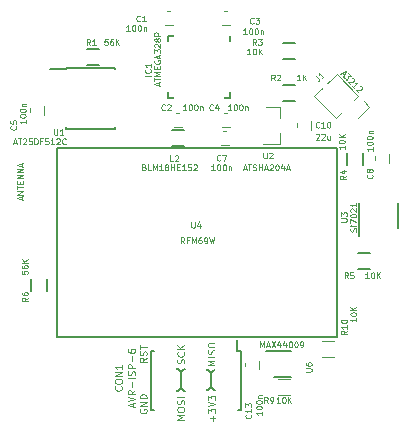
<source format=gto>
G04 #@! TF.GenerationSoftware,KiCad,Pcbnew,no-vcs-found-44b118f~58~ubuntu16.04.1*
G04 #@! TF.CreationDate,2017-06-12T14:31:22+03:00*
G04 #@! TF.ProjectId,multisensor_cr2032,6D756C746973656E736F725F63723230,rev?*
G04 #@! TF.FileFunction,Legend,Top*
G04 #@! TF.FilePolarity,Positive*
%FSLAX46Y46*%
G04 Gerber Fmt 4.6, Leading zero omitted, Abs format (unit mm)*
G04 Created by KiCad (PCBNEW no-vcs-found-44b118f~58~ubuntu16.04.1) date Mon Jun 12 14:31:22 2017*
%MOMM*%
%LPD*%
G01*
G04 APERTURE LIST*
%ADD10C,0.100000*%
%ADD11C,0.120000*%
%ADD12C,0.150000*%
%ADD13R,1.670000X2.900000*%
%ADD14R,1.600000X1.150000*%
%ADD15R,1.150000X1.600000*%
%ADD16R,2.125000X2.125000*%
%ADD17R,1.100000X0.650000*%
%ADD18R,0.650000X1.100000*%
%ADD19R,1.900000X3.400000*%
%ADD20R,1.600000X1.300000*%
%ADD21R,1.300000X1.600000*%
%ADD22R,1.950000X1.000000*%
%ADD23R,1.300000X1.200000*%
%ADD24R,1.700000X1.250000*%
%ADD25R,0.850000X1.030000*%
%ADD26R,3.400000X1.600000*%
%ADD27R,1.400000X1.200000*%
%ADD28R,1.050000X0.750000*%
%ADD29C,1.400000*%
%ADD30C,1.400000*%
G04 APERTURE END LIST*
D10*
D11*
X115842857Y-99371428D02*
X115871428Y-99285714D01*
X115871428Y-99142857D01*
X115842857Y-99085714D01*
X115814285Y-99057142D01*
X115757142Y-99028571D01*
X115700000Y-99028571D01*
X115642857Y-99057142D01*
X115614285Y-99085714D01*
X115585714Y-99142857D01*
X115557142Y-99257142D01*
X115528571Y-99314285D01*
X115500000Y-99342857D01*
X115442857Y-99371428D01*
X115385714Y-99371428D01*
X115328571Y-99342857D01*
X115300000Y-99314285D01*
X115271428Y-99257142D01*
X115271428Y-99114285D01*
X115300000Y-99028571D01*
X115814285Y-98428571D02*
X115842857Y-98457142D01*
X115871428Y-98542857D01*
X115871428Y-98600000D01*
X115842857Y-98685714D01*
X115785714Y-98742857D01*
X115728571Y-98771428D01*
X115614285Y-98800000D01*
X115528571Y-98800000D01*
X115414285Y-98771428D01*
X115357142Y-98742857D01*
X115300000Y-98685714D01*
X115271428Y-98600000D01*
X115271428Y-98542857D01*
X115300000Y-98457142D01*
X115328571Y-98428571D01*
X115871428Y-98171428D02*
X115271428Y-98171428D01*
X115871428Y-97828571D02*
X115528571Y-98085714D01*
X115271428Y-97828571D02*
X115614285Y-98171428D01*
X118471428Y-99542857D02*
X117871428Y-99542857D01*
X118300000Y-99342857D01*
X117871428Y-99142857D01*
X118471428Y-99142857D01*
X118471428Y-98857142D02*
X117871428Y-98857142D01*
X118442857Y-98600000D02*
X118471428Y-98514285D01*
X118471428Y-98371428D01*
X118442857Y-98314285D01*
X118414285Y-98285714D01*
X118357142Y-98257142D01*
X118300000Y-98257142D01*
X118242857Y-98285714D01*
X118214285Y-98314285D01*
X118185714Y-98371428D01*
X118157142Y-98485714D01*
X118128571Y-98542857D01*
X118100000Y-98571428D01*
X118042857Y-98600000D01*
X117985714Y-98600000D01*
X117928571Y-98571428D01*
X117900000Y-98542857D01*
X117871428Y-98485714D01*
X117871428Y-98342857D01*
X117900000Y-98257142D01*
X117871428Y-97885714D02*
X117871428Y-97771428D01*
X117900000Y-97714285D01*
X117957142Y-97657142D01*
X118071428Y-97628571D01*
X118271428Y-97628571D01*
X118385714Y-97657142D01*
X118442857Y-97714285D01*
X118471428Y-97771428D01*
X118471428Y-97885714D01*
X118442857Y-97942857D01*
X118385714Y-98000000D01*
X118271428Y-98028571D01*
X118071428Y-98028571D01*
X117957142Y-98000000D01*
X117900000Y-97942857D01*
X117871428Y-97885714D01*
X118242857Y-104257142D02*
X118242857Y-103800000D01*
X118471428Y-104028571D02*
X118014285Y-104028571D01*
X117871428Y-103571428D02*
X117871428Y-103200000D01*
X118100000Y-103400000D01*
X118100000Y-103314285D01*
X118128571Y-103257142D01*
X118157142Y-103228571D01*
X118214285Y-103200000D01*
X118357142Y-103200000D01*
X118414285Y-103228571D01*
X118442857Y-103257142D01*
X118471428Y-103314285D01*
X118471428Y-103485714D01*
X118442857Y-103542857D01*
X118414285Y-103571428D01*
X117871428Y-103028571D02*
X118471428Y-102828571D01*
X117871428Y-102628571D01*
X117871428Y-102485714D02*
X117871428Y-102114285D01*
X118100000Y-102314285D01*
X118100000Y-102228571D01*
X118128571Y-102171428D01*
X118157142Y-102142857D01*
X118214285Y-102114285D01*
X118357142Y-102114285D01*
X118414285Y-102142857D01*
X118442857Y-102171428D01*
X118471428Y-102228571D01*
X118471428Y-102400000D01*
X118442857Y-102457142D01*
X118414285Y-102485714D01*
X115871428Y-104142857D02*
X115271428Y-104142857D01*
X115700000Y-103942857D01*
X115271428Y-103742857D01*
X115871428Y-103742857D01*
X115271428Y-103342857D02*
X115271428Y-103228571D01*
X115300000Y-103171428D01*
X115357142Y-103114285D01*
X115471428Y-103085714D01*
X115671428Y-103085714D01*
X115785714Y-103114285D01*
X115842857Y-103171428D01*
X115871428Y-103228571D01*
X115871428Y-103342857D01*
X115842857Y-103400000D01*
X115785714Y-103457142D01*
X115671428Y-103485714D01*
X115471428Y-103485714D01*
X115357142Y-103457142D01*
X115300000Y-103400000D01*
X115271428Y-103342857D01*
X115842857Y-102857142D02*
X115871428Y-102771428D01*
X115871428Y-102628571D01*
X115842857Y-102571428D01*
X115814285Y-102542857D01*
X115757142Y-102514285D01*
X115700000Y-102514285D01*
X115642857Y-102542857D01*
X115614285Y-102571428D01*
X115585714Y-102628571D01*
X115557142Y-102742857D01*
X115528571Y-102800000D01*
X115500000Y-102828571D01*
X115442857Y-102857142D01*
X115385714Y-102857142D01*
X115328571Y-102828571D01*
X115300000Y-102800000D01*
X115271428Y-102742857D01*
X115271428Y-102600000D01*
X115300000Y-102514285D01*
X115871428Y-102257142D02*
X115271428Y-102257142D01*
X112100000Y-103257142D02*
X112071428Y-103314285D01*
X112071428Y-103400000D01*
X112100000Y-103485714D01*
X112157142Y-103542857D01*
X112214285Y-103571428D01*
X112328571Y-103600000D01*
X112414285Y-103600000D01*
X112528571Y-103571428D01*
X112585714Y-103542857D01*
X112642857Y-103485714D01*
X112671428Y-103400000D01*
X112671428Y-103342857D01*
X112642857Y-103257142D01*
X112614285Y-103228571D01*
X112414285Y-103228571D01*
X112414285Y-103342857D01*
X112671428Y-102971428D02*
X112071428Y-102971428D01*
X112671428Y-102628571D01*
X112071428Y-102628571D01*
X112671428Y-102342857D02*
X112071428Y-102342857D01*
X112071428Y-102200000D01*
X112100000Y-102114285D01*
X112157142Y-102057142D01*
X112214285Y-102028571D01*
X112328571Y-102000000D01*
X112414285Y-102000000D01*
X112528571Y-102028571D01*
X112585714Y-102057142D01*
X112642857Y-102114285D01*
X112671428Y-102200000D01*
X112671428Y-102342857D01*
X112671428Y-98928571D02*
X112385714Y-99128571D01*
X112671428Y-99271428D02*
X112071428Y-99271428D01*
X112071428Y-99042857D01*
X112100000Y-98985714D01*
X112128571Y-98957142D01*
X112185714Y-98928571D01*
X112271428Y-98928571D01*
X112328571Y-98957142D01*
X112357142Y-98985714D01*
X112385714Y-99042857D01*
X112385714Y-99271428D01*
X112642857Y-98700000D02*
X112671428Y-98614285D01*
X112671428Y-98471428D01*
X112642857Y-98414285D01*
X112614285Y-98385714D01*
X112557142Y-98357142D01*
X112500000Y-98357142D01*
X112442857Y-98385714D01*
X112414285Y-98414285D01*
X112385714Y-98471428D01*
X112357142Y-98585714D01*
X112328571Y-98642857D01*
X112300000Y-98671428D01*
X112242857Y-98700000D01*
X112185714Y-98700000D01*
X112128571Y-98671428D01*
X112100000Y-98642857D01*
X112071428Y-98585714D01*
X112071428Y-98442857D01*
X112100000Y-98357142D01*
X112071428Y-98185714D02*
X112071428Y-97842857D01*
X112671428Y-98014285D02*
X112071428Y-98014285D01*
D12*
X115570000Y-100137848D02*
X115570000Y-101439883D01*
X115316000Y-99838000D02*
X115570000Y-100092000D01*
X115570000Y-100092000D02*
X115824000Y-99838000D01*
X115824000Y-99838000D02*
X115951000Y-99838000D01*
X115189000Y-99838000D02*
X115316000Y-99838000D01*
X117856000Y-99938000D02*
X118110000Y-100192000D01*
X115824000Y-101738000D02*
X115570000Y-101484000D01*
X118364000Y-99938000D02*
X118491000Y-99938000D01*
X115316000Y-101738000D02*
X115189000Y-101738000D01*
X118110000Y-100192000D02*
X118364000Y-99938000D01*
X115570000Y-101484000D02*
X115316000Y-101738000D01*
X117729000Y-99938000D02*
X117856000Y-99938000D01*
X115951000Y-101738000D02*
X115824000Y-101738000D01*
X120650000Y-103338000D02*
X120370000Y-103338000D01*
X117856000Y-101638000D02*
X117729000Y-101638000D01*
X118110000Y-101384000D02*
X117856000Y-101638000D01*
X118364000Y-101638000D02*
X118110000Y-101384000D01*
X118491000Y-101638000D02*
X118364000Y-101638000D01*
X120650000Y-103338000D02*
X120650000Y-98338000D01*
X120650000Y-98338000D02*
X120370000Y-98338000D01*
X113030000Y-98338000D02*
X113310000Y-98338000D01*
X113030000Y-103338000D02*
X113030000Y-98338000D01*
X113030000Y-103338000D02*
X113310000Y-103338000D01*
X118140000Y-100138000D02*
X118140000Y-101438000D01*
X120340000Y-98338000D02*
X120340000Y-97438000D01*
D11*
X114204000Y-69504000D02*
X114904000Y-69504000D01*
X114904000Y-70704000D02*
X114204000Y-70704000D01*
X115666000Y-79340000D02*
X114966000Y-79340000D01*
X114966000Y-78140000D02*
X115666000Y-78140000D01*
X119730000Y-70704000D02*
X119030000Y-70704000D01*
X119030000Y-69504000D02*
X119730000Y-69504000D01*
X119730000Y-79340000D02*
X119030000Y-79340000D01*
X119030000Y-78140000D02*
X119730000Y-78140000D01*
X102778000Y-78328000D02*
X102778000Y-77628000D01*
X103978000Y-77628000D02*
X103978000Y-78328000D01*
X118964000Y-79664000D02*
X119664000Y-79664000D01*
X119664000Y-80864000D02*
X118964000Y-80864000D01*
X133188000Y-81692000D02*
X133188000Y-82392000D01*
X131988000Y-82392000D02*
X131988000Y-81692000D01*
X125384000Y-79598000D02*
X125384000Y-78898000D01*
X126584000Y-78898000D02*
X126584000Y-79598000D01*
D12*
X119719000Y-76893500D02*
X119719000Y-76368500D01*
X114469000Y-76893500D02*
X114469000Y-76368500D01*
X114469000Y-71643500D02*
X114469000Y-72168500D01*
X119719000Y-71643500D02*
X119719000Y-72168500D01*
X114469000Y-76893500D02*
X114994000Y-76893500D01*
X114469000Y-71643500D02*
X114994000Y-71643500D01*
X119719000Y-76893500D02*
X119194000Y-76893500D01*
X108620000Y-74081000D02*
X107620000Y-74081000D01*
X107620000Y-72731000D02*
X108620000Y-72731000D01*
X125214000Y-77129000D02*
X124214000Y-77129000D01*
X124214000Y-75779000D02*
X125214000Y-75779000D01*
X125214000Y-73573000D02*
X124214000Y-73573000D01*
X124214000Y-72223000D02*
X125214000Y-72223000D01*
X129627000Y-82542000D02*
X129627000Y-81542000D01*
X130977000Y-81542000D02*
X130977000Y-82542000D01*
X130564000Y-90003000D02*
X131564000Y-90003000D01*
X131564000Y-91353000D02*
X130564000Y-91353000D01*
X102873000Y-93210000D02*
X102873000Y-92210000D01*
X104223000Y-92210000D02*
X104223000Y-93210000D01*
X105875000Y-74437000D02*
X104475000Y-74437000D01*
X105875000Y-79537000D02*
X110025000Y-79537000D01*
X105875000Y-74387000D02*
X110025000Y-74387000D01*
X105875000Y-79537000D02*
X105875000Y-79392000D01*
X110025000Y-79537000D02*
X110025000Y-79392000D01*
X110025000Y-74387000D02*
X110025000Y-74532000D01*
X105875000Y-74387000D02*
X105875000Y-74437000D01*
D11*
X123966000Y-80828000D02*
X122506000Y-80828000D01*
X123966000Y-77668000D02*
X121806000Y-77668000D01*
X123966000Y-77668000D02*
X123966000Y-78598000D01*
X123966000Y-80828000D02*
X123966000Y-79898000D01*
D12*
X130684000Y-88598000D02*
X130684000Y-85843000D01*
X133984000Y-87893000D02*
X133984000Y-85843000D01*
X128746000Y-97106000D02*
X105046000Y-97106000D01*
X105046000Y-97106000D02*
X105046000Y-81106000D01*
X105046000Y-81106000D02*
X128746000Y-81106000D01*
X128746000Y-81106000D02*
X128746000Y-97106000D01*
X114816000Y-79589000D02*
X115816000Y-79589000D01*
X115816000Y-80939000D02*
X114816000Y-80939000D01*
D11*
X121000000Y-99850000D02*
X121000000Y-99150000D01*
X122200000Y-99150000D02*
X122200000Y-99850000D01*
X123800000Y-100720000D02*
X124800000Y-100720000D01*
X124800000Y-102080000D02*
X123800000Y-102080000D01*
X127500000Y-97520000D02*
X128500000Y-97520000D01*
X128500000Y-98880000D02*
X127500000Y-98880000D01*
D12*
X122750000Y-98300000D02*
X124925000Y-98300000D01*
X123475000Y-100500000D02*
X124925000Y-100500000D01*
D11*
X131531891Y-77650987D02*
X130591439Y-78591439D01*
X131040452Y-77159548D02*
X131531891Y-77650987D01*
X128710535Y-78591439D02*
X130591439Y-76710535D01*
X126872058Y-76752962D02*
X128710535Y-78591439D01*
X128752962Y-74872058D02*
X126872058Y-76752962D01*
X130591439Y-76710535D02*
X128752962Y-74872058D01*
X110514285Y-101328571D02*
X110542857Y-101357142D01*
X110571428Y-101442857D01*
X110571428Y-101500000D01*
X110542857Y-101585714D01*
X110485714Y-101642857D01*
X110428571Y-101671428D01*
X110314285Y-101700000D01*
X110228571Y-101700000D01*
X110114285Y-101671428D01*
X110057142Y-101642857D01*
X110000000Y-101585714D01*
X109971428Y-101500000D01*
X109971428Y-101442857D01*
X110000000Y-101357142D01*
X110028571Y-101328571D01*
X109971428Y-100957142D02*
X109971428Y-100842857D01*
X110000000Y-100785714D01*
X110057142Y-100728571D01*
X110171428Y-100700000D01*
X110371428Y-100700000D01*
X110485714Y-100728571D01*
X110542857Y-100785714D01*
X110571428Y-100842857D01*
X110571428Y-100957142D01*
X110542857Y-101014285D01*
X110485714Y-101071428D01*
X110371428Y-101100000D01*
X110171428Y-101100000D01*
X110057142Y-101071428D01*
X110000000Y-101014285D01*
X109971428Y-100957142D01*
X110571428Y-100442857D02*
X109971428Y-100442857D01*
X110571428Y-100100000D01*
X109971428Y-100100000D01*
X110571428Y-99500000D02*
X110571428Y-99842857D01*
X110571428Y-99671428D02*
X109971428Y-99671428D01*
X110057142Y-99728571D01*
X110114285Y-99785714D01*
X110142857Y-99842857D01*
X111500000Y-103057142D02*
X111500000Y-102771428D01*
X111671428Y-103114285D02*
X111071428Y-102914285D01*
X111671428Y-102714285D01*
X111071428Y-102600000D02*
X111671428Y-102400000D01*
X111071428Y-102200000D01*
X111671428Y-101657142D02*
X111385714Y-101857142D01*
X111671428Y-102000000D02*
X111071428Y-102000000D01*
X111071428Y-101771428D01*
X111100000Y-101714285D01*
X111128571Y-101685714D01*
X111185714Y-101657142D01*
X111271428Y-101657142D01*
X111328571Y-101685714D01*
X111357142Y-101714285D01*
X111385714Y-101771428D01*
X111385714Y-102000000D01*
X111442857Y-101400000D02*
X111442857Y-100942857D01*
X111671428Y-100657142D02*
X111071428Y-100657142D01*
X111642857Y-100400000D02*
X111671428Y-100314285D01*
X111671428Y-100171428D01*
X111642857Y-100114285D01*
X111614285Y-100085714D01*
X111557142Y-100057142D01*
X111500000Y-100057142D01*
X111442857Y-100085714D01*
X111414285Y-100114285D01*
X111385714Y-100171428D01*
X111357142Y-100285714D01*
X111328571Y-100342857D01*
X111300000Y-100371428D01*
X111242857Y-100400000D01*
X111185714Y-100400000D01*
X111128571Y-100371428D01*
X111100000Y-100342857D01*
X111071428Y-100285714D01*
X111071428Y-100142857D01*
X111100000Y-100057142D01*
X111671428Y-99800000D02*
X111071428Y-99800000D01*
X111071428Y-99571428D01*
X111100000Y-99514285D01*
X111128571Y-99485714D01*
X111185714Y-99457142D01*
X111271428Y-99457142D01*
X111328571Y-99485714D01*
X111357142Y-99514285D01*
X111385714Y-99571428D01*
X111385714Y-99800000D01*
X111442857Y-99200000D02*
X111442857Y-98742857D01*
X111071428Y-98200000D02*
X111071428Y-98314285D01*
X111100000Y-98371428D01*
X111128571Y-98400000D01*
X111214285Y-98457142D01*
X111328571Y-98485714D01*
X111557142Y-98485714D01*
X111614285Y-98457142D01*
X111642857Y-98428571D01*
X111671428Y-98371428D01*
X111671428Y-98257142D01*
X111642857Y-98200000D01*
X111614285Y-98171428D01*
X111557142Y-98142857D01*
X111414285Y-98142857D01*
X111357142Y-98171428D01*
X111328571Y-98200000D01*
X111300000Y-98257142D01*
X111300000Y-98371428D01*
X111328571Y-98428571D01*
X111357142Y-98457142D01*
X111414285Y-98485714D01*
D10*
X112116666Y-70378571D02*
X112092857Y-70402380D01*
X112021428Y-70426190D01*
X111973809Y-70426190D01*
X111902380Y-70402380D01*
X111854761Y-70354761D01*
X111830952Y-70307142D01*
X111807142Y-70211904D01*
X111807142Y-70140476D01*
X111830952Y-70045238D01*
X111854761Y-69997619D01*
X111902380Y-69950000D01*
X111973809Y-69926190D01*
X112021428Y-69926190D01*
X112092857Y-69950000D01*
X112116666Y-69973809D01*
X112592857Y-70426190D02*
X112307142Y-70426190D01*
X112450000Y-70426190D02*
X112450000Y-69926190D01*
X112402380Y-69997619D01*
X112354761Y-70045238D01*
X112307142Y-70069047D01*
X111240476Y-71226190D02*
X110954761Y-71226190D01*
X111097619Y-71226190D02*
X111097619Y-70726190D01*
X111050000Y-70797619D01*
X111002380Y-70845238D01*
X110954761Y-70869047D01*
X111550000Y-70726190D02*
X111597619Y-70726190D01*
X111645238Y-70750000D01*
X111669047Y-70773809D01*
X111692857Y-70821428D01*
X111716666Y-70916666D01*
X111716666Y-71035714D01*
X111692857Y-71130952D01*
X111669047Y-71178571D01*
X111645238Y-71202380D01*
X111597619Y-71226190D01*
X111550000Y-71226190D01*
X111502380Y-71202380D01*
X111478571Y-71178571D01*
X111454761Y-71130952D01*
X111430952Y-71035714D01*
X111430952Y-70916666D01*
X111454761Y-70821428D01*
X111478571Y-70773809D01*
X111502380Y-70750000D01*
X111550000Y-70726190D01*
X112026190Y-70726190D02*
X112073809Y-70726190D01*
X112121428Y-70750000D01*
X112145238Y-70773809D01*
X112169047Y-70821428D01*
X112192857Y-70916666D01*
X112192857Y-71035714D01*
X112169047Y-71130952D01*
X112145238Y-71178571D01*
X112121428Y-71202380D01*
X112073809Y-71226190D01*
X112026190Y-71226190D01*
X111978571Y-71202380D01*
X111954761Y-71178571D01*
X111930952Y-71130952D01*
X111907142Y-71035714D01*
X111907142Y-70916666D01*
X111930952Y-70821428D01*
X111954761Y-70773809D01*
X111978571Y-70750000D01*
X112026190Y-70726190D01*
X112407142Y-70892857D02*
X112407142Y-71226190D01*
X112407142Y-70940476D02*
X112430952Y-70916666D01*
X112478571Y-70892857D01*
X112550000Y-70892857D01*
X112597619Y-70916666D01*
X112621428Y-70964285D01*
X112621428Y-71226190D01*
X114216666Y-77902571D02*
X114192857Y-77926380D01*
X114121428Y-77950190D01*
X114073809Y-77950190D01*
X114002380Y-77926380D01*
X113954761Y-77878761D01*
X113930952Y-77831142D01*
X113907142Y-77735904D01*
X113907142Y-77664476D01*
X113930952Y-77569238D01*
X113954761Y-77521619D01*
X114002380Y-77474000D01*
X114073809Y-77450190D01*
X114121428Y-77450190D01*
X114192857Y-77474000D01*
X114216666Y-77497809D01*
X114407142Y-77497809D02*
X114430952Y-77474000D01*
X114478571Y-77450190D01*
X114597619Y-77450190D01*
X114645238Y-77474000D01*
X114669047Y-77497809D01*
X114692857Y-77545428D01*
X114692857Y-77593047D01*
X114669047Y-77664476D01*
X114383333Y-77950190D01*
X114692857Y-77950190D01*
X116026476Y-77950190D02*
X115740761Y-77950190D01*
X115883619Y-77950190D02*
X115883619Y-77450190D01*
X115836000Y-77521619D01*
X115788380Y-77569238D01*
X115740761Y-77593047D01*
X116336000Y-77450190D02*
X116383619Y-77450190D01*
X116431238Y-77474000D01*
X116455047Y-77497809D01*
X116478857Y-77545428D01*
X116502666Y-77640666D01*
X116502666Y-77759714D01*
X116478857Y-77854952D01*
X116455047Y-77902571D01*
X116431238Y-77926380D01*
X116383619Y-77950190D01*
X116336000Y-77950190D01*
X116288380Y-77926380D01*
X116264571Y-77902571D01*
X116240761Y-77854952D01*
X116216952Y-77759714D01*
X116216952Y-77640666D01*
X116240761Y-77545428D01*
X116264571Y-77497809D01*
X116288380Y-77474000D01*
X116336000Y-77450190D01*
X116812190Y-77450190D02*
X116859809Y-77450190D01*
X116907428Y-77474000D01*
X116931238Y-77497809D01*
X116955047Y-77545428D01*
X116978857Y-77640666D01*
X116978857Y-77759714D01*
X116955047Y-77854952D01*
X116931238Y-77902571D01*
X116907428Y-77926380D01*
X116859809Y-77950190D01*
X116812190Y-77950190D01*
X116764571Y-77926380D01*
X116740761Y-77902571D01*
X116716952Y-77854952D01*
X116693142Y-77759714D01*
X116693142Y-77640666D01*
X116716952Y-77545428D01*
X116740761Y-77497809D01*
X116764571Y-77474000D01*
X116812190Y-77450190D01*
X117193142Y-77616857D02*
X117193142Y-77950190D01*
X117193142Y-77664476D02*
X117216952Y-77640666D01*
X117264571Y-77616857D01*
X117336000Y-77616857D01*
X117383619Y-77640666D01*
X117407428Y-77688285D01*
X117407428Y-77950190D01*
X121716666Y-70578571D02*
X121692857Y-70602380D01*
X121621428Y-70626190D01*
X121573809Y-70626190D01*
X121502380Y-70602380D01*
X121454761Y-70554761D01*
X121430952Y-70507142D01*
X121407142Y-70411904D01*
X121407142Y-70340476D01*
X121430952Y-70245238D01*
X121454761Y-70197619D01*
X121502380Y-70150000D01*
X121573809Y-70126190D01*
X121621428Y-70126190D01*
X121692857Y-70150000D01*
X121716666Y-70173809D01*
X121883333Y-70126190D02*
X122192857Y-70126190D01*
X122026190Y-70316666D01*
X122097619Y-70316666D01*
X122145238Y-70340476D01*
X122169047Y-70364285D01*
X122192857Y-70411904D01*
X122192857Y-70530952D01*
X122169047Y-70578571D01*
X122145238Y-70602380D01*
X122097619Y-70626190D01*
X121954761Y-70626190D01*
X121907142Y-70602380D01*
X121883333Y-70578571D01*
X121140476Y-71526190D02*
X120854761Y-71526190D01*
X120997619Y-71526190D02*
X120997619Y-71026190D01*
X120950000Y-71097619D01*
X120902380Y-71145238D01*
X120854761Y-71169047D01*
X121450000Y-71026190D02*
X121497619Y-71026190D01*
X121545238Y-71050000D01*
X121569047Y-71073809D01*
X121592857Y-71121428D01*
X121616666Y-71216666D01*
X121616666Y-71335714D01*
X121592857Y-71430952D01*
X121569047Y-71478571D01*
X121545238Y-71502380D01*
X121497619Y-71526190D01*
X121450000Y-71526190D01*
X121402380Y-71502380D01*
X121378571Y-71478571D01*
X121354761Y-71430952D01*
X121330952Y-71335714D01*
X121330952Y-71216666D01*
X121354761Y-71121428D01*
X121378571Y-71073809D01*
X121402380Y-71050000D01*
X121450000Y-71026190D01*
X121926190Y-71026190D02*
X121973809Y-71026190D01*
X122021428Y-71050000D01*
X122045238Y-71073809D01*
X122069047Y-71121428D01*
X122092857Y-71216666D01*
X122092857Y-71335714D01*
X122069047Y-71430952D01*
X122045238Y-71478571D01*
X122021428Y-71502380D01*
X121973809Y-71526190D01*
X121926190Y-71526190D01*
X121878571Y-71502380D01*
X121854761Y-71478571D01*
X121830952Y-71430952D01*
X121807142Y-71335714D01*
X121807142Y-71216666D01*
X121830952Y-71121428D01*
X121854761Y-71073809D01*
X121878571Y-71050000D01*
X121926190Y-71026190D01*
X122307142Y-71192857D02*
X122307142Y-71526190D01*
X122307142Y-71240476D02*
X122330952Y-71216666D01*
X122378571Y-71192857D01*
X122450000Y-71192857D01*
X122497619Y-71216666D01*
X122521428Y-71264285D01*
X122521428Y-71526190D01*
X118280666Y-77902571D02*
X118256857Y-77926380D01*
X118185428Y-77950190D01*
X118137809Y-77950190D01*
X118066380Y-77926380D01*
X118018761Y-77878761D01*
X117994952Y-77831142D01*
X117971142Y-77735904D01*
X117971142Y-77664476D01*
X117994952Y-77569238D01*
X118018761Y-77521619D01*
X118066380Y-77474000D01*
X118137809Y-77450190D01*
X118185428Y-77450190D01*
X118256857Y-77474000D01*
X118280666Y-77497809D01*
X118709238Y-77616857D02*
X118709238Y-77950190D01*
X118590190Y-77426380D02*
X118471142Y-77783523D01*
X118780666Y-77783523D01*
X119836476Y-77950190D02*
X119550761Y-77950190D01*
X119693619Y-77950190D02*
X119693619Y-77450190D01*
X119646000Y-77521619D01*
X119598380Y-77569238D01*
X119550761Y-77593047D01*
X120146000Y-77450190D02*
X120193619Y-77450190D01*
X120241238Y-77474000D01*
X120265047Y-77497809D01*
X120288857Y-77545428D01*
X120312666Y-77640666D01*
X120312666Y-77759714D01*
X120288857Y-77854952D01*
X120265047Y-77902571D01*
X120241238Y-77926380D01*
X120193619Y-77950190D01*
X120146000Y-77950190D01*
X120098380Y-77926380D01*
X120074571Y-77902571D01*
X120050761Y-77854952D01*
X120026952Y-77759714D01*
X120026952Y-77640666D01*
X120050761Y-77545428D01*
X120074571Y-77497809D01*
X120098380Y-77474000D01*
X120146000Y-77450190D01*
X120622190Y-77450190D02*
X120669809Y-77450190D01*
X120717428Y-77474000D01*
X120741238Y-77497809D01*
X120765047Y-77545428D01*
X120788857Y-77640666D01*
X120788857Y-77759714D01*
X120765047Y-77854952D01*
X120741238Y-77902571D01*
X120717428Y-77926380D01*
X120669809Y-77950190D01*
X120622190Y-77950190D01*
X120574571Y-77926380D01*
X120550761Y-77902571D01*
X120526952Y-77854952D01*
X120503142Y-77759714D01*
X120503142Y-77640666D01*
X120526952Y-77545428D01*
X120550761Y-77497809D01*
X120574571Y-77474000D01*
X120622190Y-77450190D01*
X121003142Y-77616857D02*
X121003142Y-77950190D01*
X121003142Y-77664476D02*
X121026952Y-77640666D01*
X121074571Y-77616857D01*
X121146000Y-77616857D01*
X121193619Y-77640666D01*
X121217428Y-77688285D01*
X121217428Y-77950190D01*
X101578571Y-79283333D02*
X101602380Y-79307142D01*
X101626190Y-79378571D01*
X101626190Y-79426190D01*
X101602380Y-79497619D01*
X101554761Y-79545238D01*
X101507142Y-79569047D01*
X101411904Y-79592857D01*
X101340476Y-79592857D01*
X101245238Y-79569047D01*
X101197619Y-79545238D01*
X101150000Y-79497619D01*
X101126190Y-79426190D01*
X101126190Y-79378571D01*
X101150000Y-79307142D01*
X101173809Y-79283333D01*
X101126190Y-78830952D02*
X101126190Y-79069047D01*
X101364285Y-79092857D01*
X101340476Y-79069047D01*
X101316666Y-79021428D01*
X101316666Y-78902380D01*
X101340476Y-78854761D01*
X101364285Y-78830952D01*
X101411904Y-78807142D01*
X101530952Y-78807142D01*
X101578571Y-78830952D01*
X101602380Y-78854761D01*
X101626190Y-78902380D01*
X101626190Y-79021428D01*
X101602380Y-79069047D01*
X101578571Y-79092857D01*
X102426190Y-78759523D02*
X102426190Y-79045238D01*
X102426190Y-78902380D02*
X101926190Y-78902380D01*
X101997619Y-78950000D01*
X102045238Y-78997619D01*
X102069047Y-79045238D01*
X101926190Y-78450000D02*
X101926190Y-78402380D01*
X101950000Y-78354761D01*
X101973809Y-78330952D01*
X102021428Y-78307142D01*
X102116666Y-78283333D01*
X102235714Y-78283333D01*
X102330952Y-78307142D01*
X102378571Y-78330952D01*
X102402380Y-78354761D01*
X102426190Y-78402380D01*
X102426190Y-78450000D01*
X102402380Y-78497619D01*
X102378571Y-78521428D01*
X102330952Y-78545238D01*
X102235714Y-78569047D01*
X102116666Y-78569047D01*
X102021428Y-78545238D01*
X101973809Y-78521428D01*
X101950000Y-78497619D01*
X101926190Y-78450000D01*
X101926190Y-77973809D02*
X101926190Y-77926190D01*
X101950000Y-77878571D01*
X101973809Y-77854761D01*
X102021428Y-77830952D01*
X102116666Y-77807142D01*
X102235714Y-77807142D01*
X102330952Y-77830952D01*
X102378571Y-77854761D01*
X102402380Y-77878571D01*
X102426190Y-77926190D01*
X102426190Y-77973809D01*
X102402380Y-78021428D01*
X102378571Y-78045238D01*
X102330952Y-78069047D01*
X102235714Y-78092857D01*
X102116666Y-78092857D01*
X102021428Y-78069047D01*
X101973809Y-78045238D01*
X101950000Y-78021428D01*
X101926190Y-77973809D01*
X102092857Y-77592857D02*
X102426190Y-77592857D01*
X102140476Y-77592857D02*
X102116666Y-77569047D01*
X102092857Y-77521428D01*
X102092857Y-77450000D01*
X102116666Y-77402380D01*
X102164285Y-77378571D01*
X102426190Y-77378571D01*
X118916666Y-82178571D02*
X118892857Y-82202380D01*
X118821428Y-82226190D01*
X118773809Y-82226190D01*
X118702380Y-82202380D01*
X118654761Y-82154761D01*
X118630952Y-82107142D01*
X118607142Y-82011904D01*
X118607142Y-81940476D01*
X118630952Y-81845238D01*
X118654761Y-81797619D01*
X118702380Y-81750000D01*
X118773809Y-81726190D01*
X118821428Y-81726190D01*
X118892857Y-81750000D01*
X118916666Y-81773809D01*
X119083333Y-81726190D02*
X119416666Y-81726190D01*
X119202380Y-82226190D01*
X118440476Y-83026190D02*
X118154761Y-83026190D01*
X118297619Y-83026190D02*
X118297619Y-82526190D01*
X118250000Y-82597619D01*
X118202380Y-82645238D01*
X118154761Y-82669047D01*
X118750000Y-82526190D02*
X118797619Y-82526190D01*
X118845238Y-82550000D01*
X118869047Y-82573809D01*
X118892857Y-82621428D01*
X118916666Y-82716666D01*
X118916666Y-82835714D01*
X118892857Y-82930952D01*
X118869047Y-82978571D01*
X118845238Y-83002380D01*
X118797619Y-83026190D01*
X118750000Y-83026190D01*
X118702380Y-83002380D01*
X118678571Y-82978571D01*
X118654761Y-82930952D01*
X118630952Y-82835714D01*
X118630952Y-82716666D01*
X118654761Y-82621428D01*
X118678571Y-82573809D01*
X118702380Y-82550000D01*
X118750000Y-82526190D01*
X119226190Y-82526190D02*
X119273809Y-82526190D01*
X119321428Y-82550000D01*
X119345238Y-82573809D01*
X119369047Y-82621428D01*
X119392857Y-82716666D01*
X119392857Y-82835714D01*
X119369047Y-82930952D01*
X119345238Y-82978571D01*
X119321428Y-83002380D01*
X119273809Y-83026190D01*
X119226190Y-83026190D01*
X119178571Y-83002380D01*
X119154761Y-82978571D01*
X119130952Y-82930952D01*
X119107142Y-82835714D01*
X119107142Y-82716666D01*
X119130952Y-82621428D01*
X119154761Y-82573809D01*
X119178571Y-82550000D01*
X119226190Y-82526190D01*
X119607142Y-82692857D02*
X119607142Y-83026190D01*
X119607142Y-82740476D02*
X119630952Y-82716666D01*
X119678571Y-82692857D01*
X119750000Y-82692857D01*
X119797619Y-82716666D01*
X119821428Y-82764285D01*
X119821428Y-83026190D01*
X131750571Y-83395333D02*
X131774380Y-83419142D01*
X131798190Y-83490571D01*
X131798190Y-83538190D01*
X131774380Y-83609619D01*
X131726761Y-83657238D01*
X131679142Y-83681047D01*
X131583904Y-83704857D01*
X131512476Y-83704857D01*
X131417238Y-83681047D01*
X131369619Y-83657238D01*
X131322000Y-83609619D01*
X131298190Y-83538190D01*
X131298190Y-83490571D01*
X131322000Y-83419142D01*
X131345809Y-83395333D01*
X131512476Y-83109619D02*
X131488666Y-83157238D01*
X131464857Y-83181047D01*
X131417238Y-83204857D01*
X131393428Y-83204857D01*
X131345809Y-83181047D01*
X131322000Y-83157238D01*
X131298190Y-83109619D01*
X131298190Y-83014380D01*
X131322000Y-82966761D01*
X131345809Y-82942952D01*
X131393428Y-82919142D01*
X131417238Y-82919142D01*
X131464857Y-82942952D01*
X131488666Y-82966761D01*
X131512476Y-83014380D01*
X131512476Y-83109619D01*
X131536285Y-83157238D01*
X131560095Y-83181047D01*
X131607714Y-83204857D01*
X131702952Y-83204857D01*
X131750571Y-83181047D01*
X131774380Y-83157238D01*
X131798190Y-83109619D01*
X131798190Y-83014380D01*
X131774380Y-82966761D01*
X131750571Y-82942952D01*
X131702952Y-82919142D01*
X131607714Y-82919142D01*
X131560095Y-82942952D01*
X131536285Y-82966761D01*
X131512476Y-83014380D01*
X131798190Y-81077523D02*
X131798190Y-81363238D01*
X131798190Y-81220380D02*
X131298190Y-81220380D01*
X131369619Y-81268000D01*
X131417238Y-81315619D01*
X131441047Y-81363238D01*
X131298190Y-80768000D02*
X131298190Y-80720380D01*
X131322000Y-80672761D01*
X131345809Y-80648952D01*
X131393428Y-80625142D01*
X131488666Y-80601333D01*
X131607714Y-80601333D01*
X131702952Y-80625142D01*
X131750571Y-80648952D01*
X131774380Y-80672761D01*
X131798190Y-80720380D01*
X131798190Y-80768000D01*
X131774380Y-80815619D01*
X131750571Y-80839428D01*
X131702952Y-80863238D01*
X131607714Y-80887047D01*
X131488666Y-80887047D01*
X131393428Y-80863238D01*
X131345809Y-80839428D01*
X131322000Y-80815619D01*
X131298190Y-80768000D01*
X131298190Y-80291809D02*
X131298190Y-80244190D01*
X131322000Y-80196571D01*
X131345809Y-80172761D01*
X131393428Y-80148952D01*
X131488666Y-80125142D01*
X131607714Y-80125142D01*
X131702952Y-80148952D01*
X131750571Y-80172761D01*
X131774380Y-80196571D01*
X131798190Y-80244190D01*
X131798190Y-80291809D01*
X131774380Y-80339428D01*
X131750571Y-80363238D01*
X131702952Y-80387047D01*
X131607714Y-80410857D01*
X131488666Y-80410857D01*
X131393428Y-80387047D01*
X131345809Y-80363238D01*
X131322000Y-80339428D01*
X131298190Y-80291809D01*
X131464857Y-79910857D02*
X131798190Y-79910857D01*
X131512476Y-79910857D02*
X131488666Y-79887047D01*
X131464857Y-79839428D01*
X131464857Y-79768000D01*
X131488666Y-79720380D01*
X131536285Y-79696571D01*
X131798190Y-79696571D01*
X127278571Y-79378571D02*
X127254761Y-79402380D01*
X127183333Y-79426190D01*
X127135714Y-79426190D01*
X127064285Y-79402380D01*
X127016666Y-79354761D01*
X126992857Y-79307142D01*
X126969047Y-79211904D01*
X126969047Y-79140476D01*
X126992857Y-79045238D01*
X127016666Y-78997619D01*
X127064285Y-78950000D01*
X127135714Y-78926190D01*
X127183333Y-78926190D01*
X127254761Y-78950000D01*
X127278571Y-78973809D01*
X127754761Y-79426190D02*
X127469047Y-79426190D01*
X127611904Y-79426190D02*
X127611904Y-78926190D01*
X127564285Y-78997619D01*
X127516666Y-79045238D01*
X127469047Y-79069047D01*
X128064285Y-78926190D02*
X128111904Y-78926190D01*
X128159523Y-78950000D01*
X128183333Y-78973809D01*
X128207142Y-79021428D01*
X128230952Y-79116666D01*
X128230952Y-79235714D01*
X128207142Y-79330952D01*
X128183333Y-79378571D01*
X128159523Y-79402380D01*
X128111904Y-79426190D01*
X128064285Y-79426190D01*
X128016666Y-79402380D01*
X127992857Y-79378571D01*
X127969047Y-79330952D01*
X127945238Y-79235714D01*
X127945238Y-79116666D01*
X127969047Y-79021428D01*
X127992857Y-78973809D01*
X128016666Y-78950000D01*
X128064285Y-78926190D01*
X126992857Y-79973809D02*
X127016666Y-79950000D01*
X127064285Y-79926190D01*
X127183333Y-79926190D01*
X127230952Y-79950000D01*
X127254761Y-79973809D01*
X127278571Y-80021428D01*
X127278571Y-80069047D01*
X127254761Y-80140476D01*
X126969047Y-80426190D01*
X127278571Y-80426190D01*
X127469047Y-79973809D02*
X127492857Y-79950000D01*
X127540476Y-79926190D01*
X127659523Y-79926190D01*
X127707142Y-79950000D01*
X127730952Y-79973809D01*
X127754761Y-80021428D01*
X127754761Y-80069047D01*
X127730952Y-80140476D01*
X127445238Y-80426190D01*
X127754761Y-80426190D01*
X128183333Y-80092857D02*
X128183333Y-80426190D01*
X127969047Y-80092857D02*
X127969047Y-80354761D01*
X127992857Y-80402380D01*
X128040476Y-80426190D01*
X128111904Y-80426190D01*
X128159523Y-80402380D01*
X128183333Y-80378571D01*
X113026190Y-75010595D02*
X112526190Y-75010595D01*
X112978571Y-74486785D02*
X113002380Y-74510595D01*
X113026190Y-74582023D01*
X113026190Y-74629642D01*
X113002380Y-74701071D01*
X112954761Y-74748690D01*
X112907142Y-74772500D01*
X112811904Y-74796309D01*
X112740476Y-74796309D01*
X112645238Y-74772500D01*
X112597619Y-74748690D01*
X112550000Y-74701071D01*
X112526190Y-74629642D01*
X112526190Y-74582023D01*
X112550000Y-74510595D01*
X112573809Y-74486785D01*
X113026190Y-74010595D02*
X113026190Y-74296309D01*
X113026190Y-74153452D02*
X112526190Y-74153452D01*
X112597619Y-74201071D01*
X112645238Y-74248690D01*
X112669047Y-74296309D01*
X113683333Y-75850000D02*
X113683333Y-75611904D01*
X113826190Y-75897619D02*
X113326190Y-75730952D01*
X113826190Y-75564285D01*
X113326190Y-75469047D02*
X113326190Y-75183333D01*
X113826190Y-75326190D02*
X113326190Y-75326190D01*
X113826190Y-75016666D02*
X113326190Y-75016666D01*
X113683333Y-74850000D01*
X113326190Y-74683333D01*
X113826190Y-74683333D01*
X113564285Y-74445238D02*
X113564285Y-74278571D01*
X113826190Y-74207142D02*
X113826190Y-74445238D01*
X113326190Y-74445238D01*
X113326190Y-74207142D01*
X113350000Y-73730952D02*
X113326190Y-73778571D01*
X113326190Y-73850000D01*
X113350000Y-73921428D01*
X113397619Y-73969047D01*
X113445238Y-73992857D01*
X113540476Y-74016666D01*
X113611904Y-74016666D01*
X113707142Y-73992857D01*
X113754761Y-73969047D01*
X113802380Y-73921428D01*
X113826190Y-73850000D01*
X113826190Y-73802380D01*
X113802380Y-73730952D01*
X113778571Y-73707142D01*
X113611904Y-73707142D01*
X113611904Y-73802380D01*
X113683333Y-73516666D02*
X113683333Y-73278571D01*
X113826190Y-73564285D02*
X113326190Y-73397619D01*
X113826190Y-73230952D01*
X113326190Y-73111904D02*
X113326190Y-72802380D01*
X113516666Y-72969047D01*
X113516666Y-72897619D01*
X113540476Y-72850000D01*
X113564285Y-72826190D01*
X113611904Y-72802380D01*
X113730952Y-72802380D01*
X113778571Y-72826190D01*
X113802380Y-72850000D01*
X113826190Y-72897619D01*
X113826190Y-73040476D01*
X113802380Y-73088095D01*
X113778571Y-73111904D01*
X113373809Y-72611904D02*
X113350000Y-72588095D01*
X113326190Y-72540476D01*
X113326190Y-72421428D01*
X113350000Y-72373809D01*
X113373809Y-72350000D01*
X113421428Y-72326190D01*
X113469047Y-72326190D01*
X113540476Y-72350000D01*
X113826190Y-72635714D01*
X113826190Y-72326190D01*
X113540476Y-72040476D02*
X113516666Y-72088095D01*
X113492857Y-72111904D01*
X113445238Y-72135714D01*
X113421428Y-72135714D01*
X113373809Y-72111904D01*
X113350000Y-72088095D01*
X113326190Y-72040476D01*
X113326190Y-71945238D01*
X113350000Y-71897619D01*
X113373809Y-71873809D01*
X113421428Y-71850000D01*
X113445238Y-71850000D01*
X113492857Y-71873809D01*
X113516666Y-71897619D01*
X113540476Y-71945238D01*
X113540476Y-72040476D01*
X113564285Y-72088095D01*
X113588095Y-72111904D01*
X113635714Y-72135714D01*
X113730952Y-72135714D01*
X113778571Y-72111904D01*
X113802380Y-72088095D01*
X113826190Y-72040476D01*
X113826190Y-71945238D01*
X113802380Y-71897619D01*
X113778571Y-71873809D01*
X113730952Y-71850000D01*
X113635714Y-71850000D01*
X113588095Y-71873809D01*
X113564285Y-71897619D01*
X113540476Y-71945238D01*
X113826190Y-71635714D02*
X113326190Y-71635714D01*
X113326190Y-71445238D01*
X113350000Y-71397619D01*
X113373809Y-71373809D01*
X113421428Y-71350000D01*
X113492857Y-71350000D01*
X113540476Y-71373809D01*
X113564285Y-71397619D01*
X113588095Y-71445238D01*
X113588095Y-71635714D01*
X102083333Y-85535714D02*
X102083333Y-85297619D01*
X102226190Y-85583333D02*
X101726190Y-85416666D01*
X102226190Y-85250000D01*
X102226190Y-85083333D02*
X101726190Y-85083333D01*
X102226190Y-84797619D01*
X101726190Y-84797619D01*
X101726190Y-84630952D02*
X101726190Y-84345238D01*
X102226190Y-84488095D02*
X101726190Y-84488095D01*
X101964285Y-84178571D02*
X101964285Y-84011904D01*
X102226190Y-83940476D02*
X102226190Y-84178571D01*
X101726190Y-84178571D01*
X101726190Y-83940476D01*
X102226190Y-83726190D02*
X101726190Y-83726190D01*
X102226190Y-83440476D01*
X101726190Y-83440476D01*
X102226190Y-83202380D02*
X101726190Y-83202380D01*
X102226190Y-82916666D01*
X101726190Y-82916666D01*
X102083333Y-82702380D02*
X102083333Y-82464285D01*
X102226190Y-82750000D02*
X101726190Y-82583333D01*
X102226190Y-82416666D01*
X107866666Y-72426190D02*
X107700000Y-72188095D01*
X107580952Y-72426190D02*
X107580952Y-71926190D01*
X107771428Y-71926190D01*
X107819047Y-71950000D01*
X107842857Y-71973809D01*
X107866666Y-72021428D01*
X107866666Y-72092857D01*
X107842857Y-72140476D01*
X107819047Y-72164285D01*
X107771428Y-72188095D01*
X107580952Y-72188095D01*
X108342857Y-72426190D02*
X108057142Y-72426190D01*
X108200000Y-72426190D02*
X108200000Y-71926190D01*
X108152380Y-71997619D01*
X108104761Y-72045238D01*
X108057142Y-72069047D01*
X109358952Y-71926190D02*
X109120857Y-71926190D01*
X109097047Y-72164285D01*
X109120857Y-72140476D01*
X109168476Y-72116666D01*
X109287523Y-72116666D01*
X109335142Y-72140476D01*
X109358952Y-72164285D01*
X109382761Y-72211904D01*
X109382761Y-72330952D01*
X109358952Y-72378571D01*
X109335142Y-72402380D01*
X109287523Y-72426190D01*
X109168476Y-72426190D01*
X109120857Y-72402380D01*
X109097047Y-72378571D01*
X109811333Y-71926190D02*
X109716095Y-71926190D01*
X109668476Y-71950000D01*
X109644666Y-71973809D01*
X109597047Y-72045238D01*
X109573238Y-72140476D01*
X109573238Y-72330952D01*
X109597047Y-72378571D01*
X109620857Y-72402380D01*
X109668476Y-72426190D01*
X109763714Y-72426190D01*
X109811333Y-72402380D01*
X109835142Y-72378571D01*
X109858952Y-72330952D01*
X109858952Y-72211904D01*
X109835142Y-72164285D01*
X109811333Y-72140476D01*
X109763714Y-72116666D01*
X109668476Y-72116666D01*
X109620857Y-72140476D01*
X109597047Y-72164285D01*
X109573238Y-72211904D01*
X110073238Y-72426190D02*
X110073238Y-71926190D01*
X110358952Y-72426190D02*
X110144666Y-72140476D01*
X110358952Y-71926190D02*
X110073238Y-72211904D01*
X123516666Y-75426190D02*
X123350000Y-75188095D01*
X123230952Y-75426190D02*
X123230952Y-74926190D01*
X123421428Y-74926190D01*
X123469047Y-74950000D01*
X123492857Y-74973809D01*
X123516666Y-75021428D01*
X123516666Y-75092857D01*
X123492857Y-75140476D01*
X123469047Y-75164285D01*
X123421428Y-75188095D01*
X123230952Y-75188095D01*
X123707142Y-74973809D02*
X123730952Y-74950000D01*
X123778571Y-74926190D01*
X123897619Y-74926190D01*
X123945238Y-74950000D01*
X123969047Y-74973809D01*
X123992857Y-75021428D01*
X123992857Y-75069047D01*
X123969047Y-75140476D01*
X123683333Y-75426190D01*
X123992857Y-75426190D01*
X125692857Y-75426190D02*
X125407142Y-75426190D01*
X125550000Y-75426190D02*
X125550000Y-74926190D01*
X125502380Y-74997619D01*
X125454761Y-75045238D01*
X125407142Y-75069047D01*
X125907142Y-75426190D02*
X125907142Y-74926190D01*
X126192857Y-75426190D02*
X125978571Y-75140476D01*
X126192857Y-74926190D02*
X125907142Y-75211904D01*
X121916666Y-72426190D02*
X121750000Y-72188095D01*
X121630952Y-72426190D02*
X121630952Y-71926190D01*
X121821428Y-71926190D01*
X121869047Y-71950000D01*
X121892857Y-71973809D01*
X121916666Y-72021428D01*
X121916666Y-72092857D01*
X121892857Y-72140476D01*
X121869047Y-72164285D01*
X121821428Y-72188095D01*
X121630952Y-72188095D01*
X122083333Y-71926190D02*
X122392857Y-71926190D01*
X122226190Y-72116666D01*
X122297619Y-72116666D01*
X122345238Y-72140476D01*
X122369047Y-72164285D01*
X122392857Y-72211904D01*
X122392857Y-72330952D01*
X122369047Y-72378571D01*
X122345238Y-72402380D01*
X122297619Y-72426190D01*
X122154761Y-72426190D01*
X122107142Y-72402380D01*
X122083333Y-72378571D01*
X121454761Y-73226190D02*
X121169047Y-73226190D01*
X121311904Y-73226190D02*
X121311904Y-72726190D01*
X121264285Y-72797619D01*
X121216666Y-72845238D01*
X121169047Y-72869047D01*
X121764285Y-72726190D02*
X121811904Y-72726190D01*
X121859523Y-72750000D01*
X121883333Y-72773809D01*
X121907142Y-72821428D01*
X121930952Y-72916666D01*
X121930952Y-73035714D01*
X121907142Y-73130952D01*
X121883333Y-73178571D01*
X121859523Y-73202380D01*
X121811904Y-73226190D01*
X121764285Y-73226190D01*
X121716666Y-73202380D01*
X121692857Y-73178571D01*
X121669047Y-73130952D01*
X121645238Y-73035714D01*
X121645238Y-72916666D01*
X121669047Y-72821428D01*
X121692857Y-72773809D01*
X121716666Y-72750000D01*
X121764285Y-72726190D01*
X122145238Y-73226190D02*
X122145238Y-72726190D01*
X122430952Y-73226190D02*
X122216666Y-72940476D01*
X122430952Y-72726190D02*
X122145238Y-73011904D01*
X129526190Y-83483333D02*
X129288095Y-83650000D01*
X129526190Y-83769047D02*
X129026190Y-83769047D01*
X129026190Y-83578571D01*
X129050000Y-83530952D01*
X129073809Y-83507142D01*
X129121428Y-83483333D01*
X129192857Y-83483333D01*
X129240476Y-83507142D01*
X129264285Y-83530952D01*
X129288095Y-83578571D01*
X129288095Y-83769047D01*
X129192857Y-83054761D02*
X129526190Y-83054761D01*
X129002380Y-83173809D02*
X129359523Y-83292857D01*
X129359523Y-82983333D01*
X129426190Y-80945238D02*
X129426190Y-81230952D01*
X129426190Y-81088095D02*
X128926190Y-81088095D01*
X128997619Y-81135714D01*
X129045238Y-81183333D01*
X129069047Y-81230952D01*
X128926190Y-80635714D02*
X128926190Y-80588095D01*
X128950000Y-80540476D01*
X128973809Y-80516666D01*
X129021428Y-80492857D01*
X129116666Y-80469047D01*
X129235714Y-80469047D01*
X129330952Y-80492857D01*
X129378571Y-80516666D01*
X129402380Y-80540476D01*
X129426190Y-80588095D01*
X129426190Y-80635714D01*
X129402380Y-80683333D01*
X129378571Y-80707142D01*
X129330952Y-80730952D01*
X129235714Y-80754761D01*
X129116666Y-80754761D01*
X129021428Y-80730952D01*
X128973809Y-80707142D01*
X128950000Y-80683333D01*
X128926190Y-80635714D01*
X129426190Y-80254761D02*
X128926190Y-80254761D01*
X129426190Y-79969047D02*
X129140476Y-80183333D01*
X128926190Y-79969047D02*
X129211904Y-80254761D01*
X129710666Y-92174190D02*
X129544000Y-91936095D01*
X129424952Y-92174190D02*
X129424952Y-91674190D01*
X129615428Y-91674190D01*
X129663047Y-91698000D01*
X129686857Y-91721809D01*
X129710666Y-91769428D01*
X129710666Y-91840857D01*
X129686857Y-91888476D01*
X129663047Y-91912285D01*
X129615428Y-91936095D01*
X129424952Y-91936095D01*
X130163047Y-91674190D02*
X129924952Y-91674190D01*
X129901142Y-91912285D01*
X129924952Y-91888476D01*
X129972571Y-91864666D01*
X130091619Y-91864666D01*
X130139238Y-91888476D01*
X130163047Y-91912285D01*
X130186857Y-91959904D01*
X130186857Y-92078952D01*
X130163047Y-92126571D01*
X130139238Y-92150380D01*
X130091619Y-92174190D01*
X129972571Y-92174190D01*
X129924952Y-92150380D01*
X129901142Y-92126571D01*
X131480761Y-92174190D02*
X131195047Y-92174190D01*
X131337904Y-92174190D02*
X131337904Y-91674190D01*
X131290285Y-91745619D01*
X131242666Y-91793238D01*
X131195047Y-91817047D01*
X131790285Y-91674190D02*
X131837904Y-91674190D01*
X131885523Y-91698000D01*
X131909333Y-91721809D01*
X131933142Y-91769428D01*
X131956952Y-91864666D01*
X131956952Y-91983714D01*
X131933142Y-92078952D01*
X131909333Y-92126571D01*
X131885523Y-92150380D01*
X131837904Y-92174190D01*
X131790285Y-92174190D01*
X131742666Y-92150380D01*
X131718857Y-92126571D01*
X131695047Y-92078952D01*
X131671238Y-91983714D01*
X131671238Y-91864666D01*
X131695047Y-91769428D01*
X131718857Y-91721809D01*
X131742666Y-91698000D01*
X131790285Y-91674190D01*
X132171238Y-92174190D02*
X132171238Y-91674190D01*
X132456952Y-92174190D02*
X132242666Y-91888476D01*
X132456952Y-91674190D02*
X132171238Y-91959904D01*
X102588190Y-93809333D02*
X102350095Y-93976000D01*
X102588190Y-94095047D02*
X102088190Y-94095047D01*
X102088190Y-93904571D01*
X102112000Y-93856952D01*
X102135809Y-93833142D01*
X102183428Y-93809333D01*
X102254857Y-93809333D01*
X102302476Y-93833142D01*
X102326285Y-93856952D01*
X102350095Y-93904571D01*
X102350095Y-94095047D01*
X102088190Y-93380761D02*
X102088190Y-93476000D01*
X102112000Y-93523619D01*
X102135809Y-93547428D01*
X102207238Y-93595047D01*
X102302476Y-93618857D01*
X102492952Y-93618857D01*
X102540571Y-93595047D01*
X102564380Y-93571238D01*
X102588190Y-93523619D01*
X102588190Y-93428380D01*
X102564380Y-93380761D01*
X102540571Y-93356952D01*
X102492952Y-93333142D01*
X102373904Y-93333142D01*
X102326285Y-93356952D01*
X102302476Y-93380761D01*
X102278666Y-93428380D01*
X102278666Y-93523619D01*
X102302476Y-93571238D01*
X102326285Y-93595047D01*
X102373904Y-93618857D01*
X102088190Y-91555047D02*
X102088190Y-91793142D01*
X102326285Y-91816952D01*
X102302476Y-91793142D01*
X102278666Y-91745523D01*
X102278666Y-91626476D01*
X102302476Y-91578857D01*
X102326285Y-91555047D01*
X102373904Y-91531238D01*
X102492952Y-91531238D01*
X102540571Y-91555047D01*
X102564380Y-91578857D01*
X102588190Y-91626476D01*
X102588190Y-91745523D01*
X102564380Y-91793142D01*
X102540571Y-91816952D01*
X102088190Y-91102666D02*
X102088190Y-91197904D01*
X102112000Y-91245523D01*
X102135809Y-91269333D01*
X102207238Y-91316952D01*
X102302476Y-91340761D01*
X102492952Y-91340761D01*
X102540571Y-91316952D01*
X102564380Y-91293142D01*
X102588190Y-91245523D01*
X102588190Y-91150285D01*
X102564380Y-91102666D01*
X102540571Y-91078857D01*
X102492952Y-91055047D01*
X102373904Y-91055047D01*
X102326285Y-91078857D01*
X102302476Y-91102666D01*
X102278666Y-91150285D01*
X102278666Y-91245523D01*
X102302476Y-91293142D01*
X102326285Y-91316952D01*
X102373904Y-91340761D01*
X102588190Y-90840761D02*
X102088190Y-90840761D01*
X102588190Y-90555047D02*
X102302476Y-90769333D01*
X102088190Y-90555047D02*
X102373904Y-90840761D01*
X104819047Y-79526190D02*
X104819047Y-79930952D01*
X104842857Y-79978571D01*
X104866666Y-80002380D01*
X104914285Y-80026190D01*
X105009523Y-80026190D01*
X105057142Y-80002380D01*
X105080952Y-79978571D01*
X105104761Y-79930952D01*
X105104761Y-79526190D01*
X105604761Y-80026190D02*
X105319047Y-80026190D01*
X105461904Y-80026190D02*
X105461904Y-79526190D01*
X105414285Y-79597619D01*
X105366666Y-79645238D01*
X105319047Y-79669047D01*
X101385714Y-80683333D02*
X101623809Y-80683333D01*
X101338095Y-80826190D02*
X101504761Y-80326190D01*
X101671428Y-80826190D01*
X101766666Y-80326190D02*
X102052380Y-80326190D01*
X101909523Y-80826190D02*
X101909523Y-80326190D01*
X102195238Y-80373809D02*
X102219047Y-80350000D01*
X102266666Y-80326190D01*
X102385714Y-80326190D01*
X102433333Y-80350000D01*
X102457142Y-80373809D01*
X102480952Y-80421428D01*
X102480952Y-80469047D01*
X102457142Y-80540476D01*
X102171428Y-80826190D01*
X102480952Y-80826190D01*
X102933333Y-80326190D02*
X102695238Y-80326190D01*
X102671428Y-80564285D01*
X102695238Y-80540476D01*
X102742857Y-80516666D01*
X102861904Y-80516666D01*
X102909523Y-80540476D01*
X102933333Y-80564285D01*
X102957142Y-80611904D01*
X102957142Y-80730952D01*
X102933333Y-80778571D01*
X102909523Y-80802380D01*
X102861904Y-80826190D01*
X102742857Y-80826190D01*
X102695238Y-80802380D01*
X102671428Y-80778571D01*
X103171428Y-80826190D02*
X103171428Y-80326190D01*
X103290476Y-80326190D01*
X103361904Y-80350000D01*
X103409523Y-80397619D01*
X103433333Y-80445238D01*
X103457142Y-80540476D01*
X103457142Y-80611904D01*
X103433333Y-80707142D01*
X103409523Y-80754761D01*
X103361904Y-80802380D01*
X103290476Y-80826190D01*
X103171428Y-80826190D01*
X103838095Y-80564285D02*
X103671428Y-80564285D01*
X103671428Y-80826190D02*
X103671428Y-80326190D01*
X103909523Y-80326190D01*
X104338095Y-80326190D02*
X104100000Y-80326190D01*
X104076190Y-80564285D01*
X104100000Y-80540476D01*
X104147619Y-80516666D01*
X104266666Y-80516666D01*
X104314285Y-80540476D01*
X104338095Y-80564285D01*
X104361904Y-80611904D01*
X104361904Y-80730952D01*
X104338095Y-80778571D01*
X104314285Y-80802380D01*
X104266666Y-80826190D01*
X104147619Y-80826190D01*
X104100000Y-80802380D01*
X104076190Y-80778571D01*
X104838095Y-80826190D02*
X104552380Y-80826190D01*
X104695238Y-80826190D02*
X104695238Y-80326190D01*
X104647619Y-80397619D01*
X104600000Y-80445238D01*
X104552380Y-80469047D01*
X105028571Y-80373809D02*
X105052380Y-80350000D01*
X105100000Y-80326190D01*
X105219047Y-80326190D01*
X105266666Y-80350000D01*
X105290476Y-80373809D01*
X105314285Y-80421428D01*
X105314285Y-80469047D01*
X105290476Y-80540476D01*
X105004761Y-80826190D01*
X105314285Y-80826190D01*
X105814285Y-80778571D02*
X105790476Y-80802380D01*
X105719047Y-80826190D01*
X105671428Y-80826190D01*
X105600000Y-80802380D01*
X105552380Y-80754761D01*
X105528571Y-80707142D01*
X105504761Y-80611904D01*
X105504761Y-80540476D01*
X105528571Y-80445238D01*
X105552380Y-80397619D01*
X105600000Y-80350000D01*
X105671428Y-80326190D01*
X105719047Y-80326190D01*
X105790476Y-80350000D01*
X105814285Y-80373809D01*
X122555047Y-81526190D02*
X122555047Y-81930952D01*
X122578857Y-81978571D01*
X122602666Y-82002380D01*
X122650285Y-82026190D01*
X122745523Y-82026190D01*
X122793142Y-82002380D01*
X122816952Y-81978571D01*
X122840761Y-81930952D01*
X122840761Y-81526190D01*
X123055047Y-81573809D02*
X123078857Y-81550000D01*
X123126476Y-81526190D01*
X123245523Y-81526190D01*
X123293142Y-81550000D01*
X123316952Y-81573809D01*
X123340761Y-81621428D01*
X123340761Y-81669047D01*
X123316952Y-81740476D01*
X123031238Y-82026190D01*
X123340761Y-82026190D01*
X120847619Y-82883333D02*
X121085714Y-82883333D01*
X120800000Y-83026190D02*
X120966666Y-82526190D01*
X121133333Y-83026190D01*
X121228571Y-82526190D02*
X121514285Y-82526190D01*
X121371428Y-83026190D02*
X121371428Y-82526190D01*
X121657142Y-83002380D02*
X121728571Y-83026190D01*
X121847619Y-83026190D01*
X121895238Y-83002380D01*
X121919047Y-82978571D01*
X121942857Y-82930952D01*
X121942857Y-82883333D01*
X121919047Y-82835714D01*
X121895238Y-82811904D01*
X121847619Y-82788095D01*
X121752380Y-82764285D01*
X121704761Y-82740476D01*
X121680952Y-82716666D01*
X121657142Y-82669047D01*
X121657142Y-82621428D01*
X121680952Y-82573809D01*
X121704761Y-82550000D01*
X121752380Y-82526190D01*
X121871428Y-82526190D01*
X121942857Y-82550000D01*
X122157142Y-83026190D02*
X122157142Y-82526190D01*
X122157142Y-82764285D02*
X122442857Y-82764285D01*
X122442857Y-83026190D02*
X122442857Y-82526190D01*
X122657142Y-82883333D02*
X122895238Y-82883333D01*
X122609523Y-83026190D02*
X122776190Y-82526190D01*
X122942857Y-83026190D01*
X123085714Y-82573809D02*
X123109523Y-82550000D01*
X123157142Y-82526190D01*
X123276190Y-82526190D01*
X123323809Y-82550000D01*
X123347619Y-82573809D01*
X123371428Y-82621428D01*
X123371428Y-82669047D01*
X123347619Y-82740476D01*
X123061904Y-83026190D01*
X123371428Y-83026190D01*
X123680952Y-82526190D02*
X123728571Y-82526190D01*
X123776190Y-82550000D01*
X123800000Y-82573809D01*
X123823809Y-82621428D01*
X123847619Y-82716666D01*
X123847619Y-82835714D01*
X123823809Y-82930952D01*
X123800000Y-82978571D01*
X123776190Y-83002380D01*
X123728571Y-83026190D01*
X123680952Y-83026190D01*
X123633333Y-83002380D01*
X123609523Y-82978571D01*
X123585714Y-82930952D01*
X123561904Y-82835714D01*
X123561904Y-82716666D01*
X123585714Y-82621428D01*
X123609523Y-82573809D01*
X123633333Y-82550000D01*
X123680952Y-82526190D01*
X124276190Y-82692857D02*
X124276190Y-83026190D01*
X124157142Y-82502380D02*
X124038095Y-82859523D01*
X124347619Y-82859523D01*
X124514285Y-82883333D02*
X124752380Y-82883333D01*
X124466666Y-83026190D02*
X124633333Y-82526190D01*
X124800000Y-83026190D01*
X129126190Y-87380952D02*
X129530952Y-87380952D01*
X129578571Y-87357142D01*
X129602380Y-87333333D01*
X129626190Y-87285714D01*
X129626190Y-87190476D01*
X129602380Y-87142857D01*
X129578571Y-87119047D01*
X129530952Y-87095238D01*
X129126190Y-87095238D01*
X129126190Y-86904761D02*
X129126190Y-86595238D01*
X129316666Y-86761904D01*
X129316666Y-86690476D01*
X129340476Y-86642857D01*
X129364285Y-86619047D01*
X129411904Y-86595238D01*
X129530952Y-86595238D01*
X129578571Y-86619047D01*
X129602380Y-86642857D01*
X129626190Y-86690476D01*
X129626190Y-86833333D01*
X129602380Y-86880952D01*
X129578571Y-86904761D01*
X130402380Y-88214285D02*
X130426190Y-88142857D01*
X130426190Y-88023809D01*
X130402380Y-87976190D01*
X130378571Y-87952380D01*
X130330952Y-87928571D01*
X130283333Y-87928571D01*
X130235714Y-87952380D01*
X130211904Y-87976190D01*
X130188095Y-88023809D01*
X130164285Y-88119047D01*
X130140476Y-88166666D01*
X130116666Y-88190476D01*
X130069047Y-88214285D01*
X130021428Y-88214285D01*
X129973809Y-88190476D01*
X129950000Y-88166666D01*
X129926190Y-88119047D01*
X129926190Y-88000000D01*
X129950000Y-87928571D01*
X130426190Y-87714285D02*
X130092857Y-87714285D01*
X129926190Y-87714285D02*
X129950000Y-87738095D01*
X129973809Y-87714285D01*
X129950000Y-87690476D01*
X129926190Y-87714285D01*
X129973809Y-87714285D01*
X129926190Y-87523809D02*
X129926190Y-87190476D01*
X130426190Y-87404761D01*
X129926190Y-86904761D02*
X129926190Y-86857142D01*
X129950000Y-86809523D01*
X129973809Y-86785714D01*
X130021428Y-86761904D01*
X130116666Y-86738095D01*
X130235714Y-86738095D01*
X130330952Y-86761904D01*
X130378571Y-86785714D01*
X130402380Y-86809523D01*
X130426190Y-86857142D01*
X130426190Y-86904761D01*
X130402380Y-86952380D01*
X130378571Y-86976190D01*
X130330952Y-87000000D01*
X130235714Y-87023809D01*
X130116666Y-87023809D01*
X130021428Y-87000000D01*
X129973809Y-86976190D01*
X129950000Y-86952380D01*
X129926190Y-86904761D01*
X129973809Y-86547619D02*
X129950000Y-86523809D01*
X129926190Y-86476190D01*
X129926190Y-86357142D01*
X129950000Y-86309523D01*
X129973809Y-86285714D01*
X130021428Y-86261904D01*
X130069047Y-86261904D01*
X130140476Y-86285714D01*
X130426190Y-86571428D01*
X130426190Y-86261904D01*
X130426190Y-85785714D02*
X130426190Y-86071428D01*
X130426190Y-85928571D02*
X129926190Y-85928571D01*
X129997619Y-85976190D01*
X130045238Y-86023809D01*
X130069047Y-86071428D01*
X116459047Y-87388190D02*
X116459047Y-87792952D01*
X116482857Y-87840571D01*
X116506666Y-87864380D01*
X116554285Y-87888190D01*
X116649523Y-87888190D01*
X116697142Y-87864380D01*
X116720952Y-87840571D01*
X116744761Y-87792952D01*
X116744761Y-87388190D01*
X117197142Y-87554857D02*
X117197142Y-87888190D01*
X117078095Y-87364380D02*
X116959047Y-87721523D01*
X117268571Y-87721523D01*
X115856857Y-89220190D02*
X115690190Y-88982095D01*
X115571142Y-89220190D02*
X115571142Y-88720190D01*
X115761619Y-88720190D01*
X115809238Y-88744000D01*
X115833047Y-88767809D01*
X115856857Y-88815428D01*
X115856857Y-88886857D01*
X115833047Y-88934476D01*
X115809238Y-88958285D01*
X115761619Y-88982095D01*
X115571142Y-88982095D01*
X116237809Y-88958285D02*
X116071142Y-88958285D01*
X116071142Y-89220190D02*
X116071142Y-88720190D01*
X116309238Y-88720190D01*
X116499714Y-89220190D02*
X116499714Y-88720190D01*
X116666380Y-89077333D01*
X116833047Y-88720190D01*
X116833047Y-89220190D01*
X117285428Y-88720190D02*
X117190190Y-88720190D01*
X117142571Y-88744000D01*
X117118761Y-88767809D01*
X117071142Y-88839238D01*
X117047333Y-88934476D01*
X117047333Y-89124952D01*
X117071142Y-89172571D01*
X117094952Y-89196380D01*
X117142571Y-89220190D01*
X117237809Y-89220190D01*
X117285428Y-89196380D01*
X117309238Y-89172571D01*
X117333047Y-89124952D01*
X117333047Y-89005904D01*
X117309238Y-88958285D01*
X117285428Y-88934476D01*
X117237809Y-88910666D01*
X117142571Y-88910666D01*
X117094952Y-88934476D01*
X117071142Y-88958285D01*
X117047333Y-89005904D01*
X117571142Y-89220190D02*
X117666380Y-89220190D01*
X117714000Y-89196380D01*
X117737809Y-89172571D01*
X117785428Y-89101142D01*
X117809238Y-89005904D01*
X117809238Y-88815428D01*
X117785428Y-88767809D01*
X117761619Y-88744000D01*
X117714000Y-88720190D01*
X117618761Y-88720190D01*
X117571142Y-88744000D01*
X117547333Y-88767809D01*
X117523523Y-88815428D01*
X117523523Y-88934476D01*
X117547333Y-88982095D01*
X117571142Y-89005904D01*
X117618761Y-89029714D01*
X117714000Y-89029714D01*
X117761619Y-89005904D01*
X117785428Y-88982095D01*
X117809238Y-88934476D01*
X117975904Y-88720190D02*
X118094952Y-89220190D01*
X118190190Y-88863047D01*
X118285428Y-89220190D01*
X118404476Y-88720190D01*
X114916666Y-82268190D02*
X114678571Y-82268190D01*
X114678571Y-81768190D01*
X115059523Y-81815809D02*
X115083333Y-81792000D01*
X115130952Y-81768190D01*
X115250000Y-81768190D01*
X115297619Y-81792000D01*
X115321428Y-81815809D01*
X115345238Y-81863428D01*
X115345238Y-81911047D01*
X115321428Y-81982476D01*
X115035714Y-82268190D01*
X115345238Y-82268190D01*
X112469047Y-82764285D02*
X112540476Y-82788095D01*
X112564285Y-82811904D01*
X112588095Y-82859523D01*
X112588095Y-82930952D01*
X112564285Y-82978571D01*
X112540476Y-83002380D01*
X112492857Y-83026190D01*
X112302380Y-83026190D01*
X112302380Y-82526190D01*
X112469047Y-82526190D01*
X112516666Y-82550000D01*
X112540476Y-82573809D01*
X112564285Y-82621428D01*
X112564285Y-82669047D01*
X112540476Y-82716666D01*
X112516666Y-82740476D01*
X112469047Y-82764285D01*
X112302380Y-82764285D01*
X113040476Y-83026190D02*
X112802380Y-83026190D01*
X112802380Y-82526190D01*
X113207142Y-83026190D02*
X113207142Y-82526190D01*
X113373809Y-82883333D01*
X113540476Y-82526190D01*
X113540476Y-83026190D01*
X114040476Y-83026190D02*
X113754761Y-83026190D01*
X113897619Y-83026190D02*
X113897619Y-82526190D01*
X113850000Y-82597619D01*
X113802380Y-82645238D01*
X113754761Y-82669047D01*
X114326190Y-82740476D02*
X114278571Y-82716666D01*
X114254761Y-82692857D01*
X114230952Y-82645238D01*
X114230952Y-82621428D01*
X114254761Y-82573809D01*
X114278571Y-82550000D01*
X114326190Y-82526190D01*
X114421428Y-82526190D01*
X114469047Y-82550000D01*
X114492857Y-82573809D01*
X114516666Y-82621428D01*
X114516666Y-82645238D01*
X114492857Y-82692857D01*
X114469047Y-82716666D01*
X114421428Y-82740476D01*
X114326190Y-82740476D01*
X114278571Y-82764285D01*
X114254761Y-82788095D01*
X114230952Y-82835714D01*
X114230952Y-82930952D01*
X114254761Y-82978571D01*
X114278571Y-83002380D01*
X114326190Y-83026190D01*
X114421428Y-83026190D01*
X114469047Y-83002380D01*
X114492857Y-82978571D01*
X114516666Y-82930952D01*
X114516666Y-82835714D01*
X114492857Y-82788095D01*
X114469047Y-82764285D01*
X114421428Y-82740476D01*
X114730952Y-83026190D02*
X114730952Y-82526190D01*
X114730952Y-82764285D02*
X115016666Y-82764285D01*
X115016666Y-83026190D02*
X115016666Y-82526190D01*
X115254761Y-82764285D02*
X115421428Y-82764285D01*
X115492857Y-83026190D02*
X115254761Y-83026190D01*
X115254761Y-82526190D01*
X115492857Y-82526190D01*
X115969047Y-83026190D02*
X115683333Y-83026190D01*
X115826190Y-83026190D02*
X115826190Y-82526190D01*
X115778571Y-82597619D01*
X115730952Y-82645238D01*
X115683333Y-82669047D01*
X116421428Y-82526190D02*
X116183333Y-82526190D01*
X116159523Y-82764285D01*
X116183333Y-82740476D01*
X116230952Y-82716666D01*
X116350000Y-82716666D01*
X116397619Y-82740476D01*
X116421428Y-82764285D01*
X116445238Y-82811904D01*
X116445238Y-82930952D01*
X116421428Y-82978571D01*
X116397619Y-83002380D01*
X116350000Y-83026190D01*
X116230952Y-83026190D01*
X116183333Y-83002380D01*
X116159523Y-82978571D01*
X116635714Y-82573809D02*
X116659523Y-82550000D01*
X116707142Y-82526190D01*
X116826190Y-82526190D01*
X116873809Y-82550000D01*
X116897619Y-82573809D01*
X116921428Y-82621428D01*
X116921428Y-82669047D01*
X116897619Y-82740476D01*
X116611904Y-83026190D01*
X116921428Y-83026190D01*
X121478571Y-103721428D02*
X121502380Y-103745238D01*
X121526190Y-103816666D01*
X121526190Y-103864285D01*
X121502380Y-103935714D01*
X121454761Y-103983333D01*
X121407142Y-104007142D01*
X121311904Y-104030952D01*
X121240476Y-104030952D01*
X121145238Y-104007142D01*
X121097619Y-103983333D01*
X121050000Y-103935714D01*
X121026190Y-103864285D01*
X121026190Y-103816666D01*
X121050000Y-103745238D01*
X121073809Y-103721428D01*
X121526190Y-103245238D02*
X121526190Y-103530952D01*
X121526190Y-103388095D02*
X121026190Y-103388095D01*
X121097619Y-103435714D01*
X121145238Y-103483333D01*
X121169047Y-103530952D01*
X121026190Y-103078571D02*
X121026190Y-102769047D01*
X121216666Y-102935714D01*
X121216666Y-102864285D01*
X121240476Y-102816666D01*
X121264285Y-102792857D01*
X121311904Y-102769047D01*
X121430952Y-102769047D01*
X121478571Y-102792857D01*
X121502380Y-102816666D01*
X121526190Y-102864285D01*
X121526190Y-103007142D01*
X121502380Y-103054761D01*
X121478571Y-103078571D01*
X122426190Y-103459523D02*
X122426190Y-103745238D01*
X122426190Y-103602380D02*
X121926190Y-103602380D01*
X121997619Y-103650000D01*
X122045238Y-103697619D01*
X122069047Y-103745238D01*
X121926190Y-103150000D02*
X121926190Y-103102380D01*
X121950000Y-103054761D01*
X121973809Y-103030952D01*
X122021428Y-103007142D01*
X122116666Y-102983333D01*
X122235714Y-102983333D01*
X122330952Y-103007142D01*
X122378571Y-103030952D01*
X122402380Y-103054761D01*
X122426190Y-103102380D01*
X122426190Y-103150000D01*
X122402380Y-103197619D01*
X122378571Y-103221428D01*
X122330952Y-103245238D01*
X122235714Y-103269047D01*
X122116666Y-103269047D01*
X122021428Y-103245238D01*
X121973809Y-103221428D01*
X121950000Y-103197619D01*
X121926190Y-103150000D01*
X121926190Y-102673809D02*
X121926190Y-102626190D01*
X121950000Y-102578571D01*
X121973809Y-102554761D01*
X122021428Y-102530952D01*
X122116666Y-102507142D01*
X122235714Y-102507142D01*
X122330952Y-102530952D01*
X122378571Y-102554761D01*
X122402380Y-102578571D01*
X122426190Y-102626190D01*
X122426190Y-102673809D01*
X122402380Y-102721428D01*
X122378571Y-102745238D01*
X122330952Y-102769047D01*
X122235714Y-102792857D01*
X122116666Y-102792857D01*
X122021428Y-102769047D01*
X121973809Y-102745238D01*
X121950000Y-102721428D01*
X121926190Y-102673809D01*
X122092857Y-102292857D02*
X122426190Y-102292857D01*
X122140476Y-102292857D02*
X122116666Y-102269047D01*
X122092857Y-102221428D01*
X122092857Y-102150000D01*
X122116666Y-102102380D01*
X122164285Y-102078571D01*
X122426190Y-102078571D01*
X122916666Y-102726190D02*
X122750000Y-102488095D01*
X122630952Y-102726190D02*
X122630952Y-102226190D01*
X122821428Y-102226190D01*
X122869047Y-102250000D01*
X122892857Y-102273809D01*
X122916666Y-102321428D01*
X122916666Y-102392857D01*
X122892857Y-102440476D01*
X122869047Y-102464285D01*
X122821428Y-102488095D01*
X122630952Y-102488095D01*
X123154761Y-102726190D02*
X123250000Y-102726190D01*
X123297619Y-102702380D01*
X123321428Y-102678571D01*
X123369047Y-102607142D01*
X123392857Y-102511904D01*
X123392857Y-102321428D01*
X123369047Y-102273809D01*
X123345238Y-102250000D01*
X123297619Y-102226190D01*
X123202380Y-102226190D01*
X123154761Y-102250000D01*
X123130952Y-102273809D01*
X123107142Y-102321428D01*
X123107142Y-102440476D01*
X123130952Y-102488095D01*
X123154761Y-102511904D01*
X123202380Y-102535714D01*
X123297619Y-102535714D01*
X123345238Y-102511904D01*
X123369047Y-102488095D01*
X123392857Y-102440476D01*
X123954761Y-102726190D02*
X123669047Y-102726190D01*
X123811904Y-102726190D02*
X123811904Y-102226190D01*
X123764285Y-102297619D01*
X123716666Y-102345238D01*
X123669047Y-102369047D01*
X124264285Y-102226190D02*
X124311904Y-102226190D01*
X124359523Y-102250000D01*
X124383333Y-102273809D01*
X124407142Y-102321428D01*
X124430952Y-102416666D01*
X124430952Y-102535714D01*
X124407142Y-102630952D01*
X124383333Y-102678571D01*
X124359523Y-102702380D01*
X124311904Y-102726190D01*
X124264285Y-102726190D01*
X124216666Y-102702380D01*
X124192857Y-102678571D01*
X124169047Y-102630952D01*
X124145238Y-102535714D01*
X124145238Y-102416666D01*
X124169047Y-102321428D01*
X124192857Y-102273809D01*
X124216666Y-102250000D01*
X124264285Y-102226190D01*
X124645238Y-102726190D02*
X124645238Y-102226190D01*
X124930952Y-102726190D02*
X124716666Y-102440476D01*
X124930952Y-102226190D02*
X124645238Y-102511904D01*
X129626190Y-96621428D02*
X129388095Y-96788095D01*
X129626190Y-96907142D02*
X129126190Y-96907142D01*
X129126190Y-96716666D01*
X129150000Y-96669047D01*
X129173809Y-96645238D01*
X129221428Y-96621428D01*
X129292857Y-96621428D01*
X129340476Y-96645238D01*
X129364285Y-96669047D01*
X129388095Y-96716666D01*
X129388095Y-96907142D01*
X129626190Y-96145238D02*
X129626190Y-96430952D01*
X129626190Y-96288095D02*
X129126190Y-96288095D01*
X129197619Y-96335714D01*
X129245238Y-96383333D01*
X129269047Y-96430952D01*
X129126190Y-95835714D02*
X129126190Y-95788095D01*
X129150000Y-95740476D01*
X129173809Y-95716666D01*
X129221428Y-95692857D01*
X129316666Y-95669047D01*
X129435714Y-95669047D01*
X129530952Y-95692857D01*
X129578571Y-95716666D01*
X129602380Y-95740476D01*
X129626190Y-95788095D01*
X129626190Y-95835714D01*
X129602380Y-95883333D01*
X129578571Y-95907142D01*
X129530952Y-95930952D01*
X129435714Y-95954761D01*
X129316666Y-95954761D01*
X129221428Y-95930952D01*
X129173809Y-95907142D01*
X129150000Y-95883333D01*
X129126190Y-95835714D01*
X130426190Y-95545238D02*
X130426190Y-95830952D01*
X130426190Y-95688095D02*
X129926190Y-95688095D01*
X129997619Y-95735714D01*
X130045238Y-95783333D01*
X130069047Y-95830952D01*
X129926190Y-95235714D02*
X129926190Y-95188095D01*
X129950000Y-95140476D01*
X129973809Y-95116666D01*
X130021428Y-95092857D01*
X130116666Y-95069047D01*
X130235714Y-95069047D01*
X130330952Y-95092857D01*
X130378571Y-95116666D01*
X130402380Y-95140476D01*
X130426190Y-95188095D01*
X130426190Y-95235714D01*
X130402380Y-95283333D01*
X130378571Y-95307142D01*
X130330952Y-95330952D01*
X130235714Y-95354761D01*
X130116666Y-95354761D01*
X130021428Y-95330952D01*
X129973809Y-95307142D01*
X129950000Y-95283333D01*
X129926190Y-95235714D01*
X130426190Y-94854761D02*
X129926190Y-94854761D01*
X130426190Y-94569047D02*
X130140476Y-94783333D01*
X129926190Y-94569047D02*
X130211904Y-94854761D01*
X126126190Y-100080952D02*
X126530952Y-100080952D01*
X126578571Y-100057142D01*
X126602380Y-100033333D01*
X126626190Y-99985714D01*
X126626190Y-99890476D01*
X126602380Y-99842857D01*
X126578571Y-99819047D01*
X126530952Y-99795238D01*
X126126190Y-99795238D01*
X126126190Y-99342857D02*
X126126190Y-99438095D01*
X126150000Y-99485714D01*
X126173809Y-99509523D01*
X126245238Y-99557142D01*
X126340476Y-99580952D01*
X126530952Y-99580952D01*
X126578571Y-99557142D01*
X126602380Y-99533333D01*
X126626190Y-99485714D01*
X126626190Y-99390476D01*
X126602380Y-99342857D01*
X126578571Y-99319047D01*
X126530952Y-99295238D01*
X126411904Y-99295238D01*
X126364285Y-99319047D01*
X126340476Y-99342857D01*
X126316666Y-99390476D01*
X126316666Y-99485714D01*
X126340476Y-99533333D01*
X126364285Y-99557142D01*
X126411904Y-99580952D01*
X122290476Y-98026190D02*
X122290476Y-97526190D01*
X122457142Y-97883333D01*
X122623809Y-97526190D01*
X122623809Y-98026190D01*
X122838095Y-97883333D02*
X123076190Y-97883333D01*
X122790476Y-98026190D02*
X122957142Y-97526190D01*
X123123809Y-98026190D01*
X123242857Y-97526190D02*
X123576190Y-98026190D01*
X123576190Y-97526190D02*
X123242857Y-98026190D01*
X123980952Y-97692857D02*
X123980952Y-98026190D01*
X123861904Y-97502380D02*
X123742857Y-97859523D01*
X124052380Y-97859523D01*
X124457142Y-97692857D02*
X124457142Y-98026190D01*
X124338095Y-97502380D02*
X124219047Y-97859523D01*
X124528571Y-97859523D01*
X124814285Y-97526190D02*
X124861904Y-97526190D01*
X124909523Y-97550000D01*
X124933333Y-97573809D01*
X124957142Y-97621428D01*
X124980952Y-97716666D01*
X124980952Y-97835714D01*
X124957142Y-97930952D01*
X124933333Y-97978571D01*
X124909523Y-98002380D01*
X124861904Y-98026190D01*
X124814285Y-98026190D01*
X124766666Y-98002380D01*
X124742857Y-97978571D01*
X124719047Y-97930952D01*
X124695238Y-97835714D01*
X124695238Y-97716666D01*
X124719047Y-97621428D01*
X124742857Y-97573809D01*
X124766666Y-97550000D01*
X124814285Y-97526190D01*
X125290476Y-97526190D02*
X125338095Y-97526190D01*
X125385714Y-97550000D01*
X125409523Y-97573809D01*
X125433333Y-97621428D01*
X125457142Y-97716666D01*
X125457142Y-97835714D01*
X125433333Y-97930952D01*
X125409523Y-97978571D01*
X125385714Y-98002380D01*
X125338095Y-98026190D01*
X125290476Y-98026190D01*
X125242857Y-98002380D01*
X125219047Y-97978571D01*
X125195238Y-97930952D01*
X125171428Y-97835714D01*
X125171428Y-97716666D01*
X125195238Y-97621428D01*
X125219047Y-97573809D01*
X125242857Y-97550000D01*
X125290476Y-97526190D01*
X125695238Y-98026190D02*
X125790476Y-98026190D01*
X125838095Y-98002380D01*
X125861904Y-97978571D01*
X125909523Y-97907142D01*
X125933333Y-97811904D01*
X125933333Y-97621428D01*
X125909523Y-97573809D01*
X125885714Y-97550000D01*
X125838095Y-97526190D01*
X125742857Y-97526190D01*
X125695238Y-97550000D01*
X125671428Y-97573809D01*
X125647619Y-97621428D01*
X125647619Y-97740476D01*
X125671428Y-97788095D01*
X125695238Y-97811904D01*
X125742857Y-97835714D01*
X125838095Y-97835714D01*
X125885714Y-97811904D01*
X125909523Y-97788095D01*
X125933333Y-97740476D01*
X126988536Y-75024238D02*
X127241074Y-75276776D01*
X127274746Y-75344120D01*
X127274746Y-75411463D01*
X127241074Y-75478807D01*
X127207402Y-75512478D01*
X127695643Y-75024238D02*
X127493612Y-75226269D01*
X127594627Y-75125253D02*
X127241074Y-74771700D01*
X127257910Y-74855879D01*
X127257910Y-74923223D01*
X127241074Y-74973730D01*
X129183460Y-74801311D02*
X129351818Y-74969669D01*
X129048773Y-74868654D02*
X129520177Y-74632952D01*
X129284475Y-75104356D01*
X129722208Y-74834982D02*
X129941074Y-75053849D01*
X129688536Y-75070685D01*
X129739043Y-75121192D01*
X129755879Y-75171700D01*
X129755879Y-75205372D01*
X129739043Y-75255879D01*
X129654864Y-75340059D01*
X129604356Y-75356895D01*
X129570685Y-75356895D01*
X129520177Y-75340059D01*
X129419162Y-75239043D01*
X129402326Y-75188536D01*
X129402326Y-75154864D01*
X130042089Y-75222208D02*
X130075761Y-75222208D01*
X130126269Y-75239043D01*
X130210448Y-75323223D01*
X130227284Y-75373730D01*
X130227284Y-75407402D01*
X130210448Y-75457910D01*
X130176776Y-75491582D01*
X130109433Y-75525253D01*
X129705372Y-75525253D01*
X129924238Y-75744120D01*
X130260956Y-76080837D02*
X130058925Y-75878807D01*
X130159940Y-75979822D02*
X130513494Y-75626269D01*
X130429314Y-75643104D01*
X130361971Y-75643104D01*
X130311463Y-75626269D01*
X130715524Y-75895643D02*
X130749196Y-75895643D01*
X130799704Y-75912478D01*
X130883883Y-75996658D01*
X130900719Y-76047165D01*
X130900719Y-76080837D01*
X130883883Y-76131345D01*
X130850211Y-76165017D01*
X130782868Y-76198688D01*
X130378807Y-76198688D01*
X130597673Y-76417555D01*
%LPC*%
D13*
X119380000Y-102838000D03*
X116840000Y-102838000D03*
X114300000Y-102838000D03*
X114300000Y-98838000D03*
X116840000Y-98838000D03*
X119340000Y-98838000D03*
D14*
X113604000Y-70104000D03*
X115504000Y-70104000D03*
X116266000Y-78740000D03*
X114366000Y-78740000D03*
X120330000Y-70104000D03*
X118430000Y-70104000D03*
X120330000Y-78740000D03*
X118430000Y-78740000D03*
D15*
X103378000Y-78928000D03*
X103378000Y-77028000D03*
D14*
X118364000Y-80264000D03*
X120264000Y-80264000D03*
D15*
X132588000Y-81092000D03*
X132588000Y-82992000D03*
X125984000Y-80198000D03*
X125984000Y-78298000D03*
D16*
X117956500Y-73406000D03*
X116231500Y-73406000D03*
X117956500Y-75131000D03*
X116231500Y-75131000D03*
D17*
X119494000Y-72518500D03*
X119494000Y-73018500D03*
X119494000Y-73518500D03*
X119494000Y-74018500D03*
X119494000Y-74518500D03*
X119494000Y-75018500D03*
X119494000Y-75518500D03*
X119494000Y-76018500D03*
D18*
X118844000Y-76668500D03*
X118344000Y-76668500D03*
X117844000Y-76668500D03*
X117344000Y-76668500D03*
X116844000Y-76668500D03*
X116344000Y-76668500D03*
X115844000Y-76668500D03*
X115344000Y-76668500D03*
D17*
X114694000Y-76018500D03*
X114694000Y-75518500D03*
X114694000Y-75018500D03*
X114694000Y-74518500D03*
X114694000Y-74018500D03*
X114694000Y-73518500D03*
X114694000Y-73018500D03*
X114694000Y-72518500D03*
D18*
X115344000Y-71868500D03*
X115844000Y-71868500D03*
X116344000Y-71868500D03*
X116844000Y-71868500D03*
X117344000Y-71868500D03*
X117844000Y-71868500D03*
X118344000Y-71868500D03*
X118844000Y-71868500D03*
D19*
X103632000Y-84020000D03*
D20*
X107020000Y-73406000D03*
X109220000Y-73406000D03*
X123614000Y-76454000D03*
X125814000Y-76454000D03*
X123614000Y-72898000D03*
X125814000Y-72898000D03*
D21*
X130302000Y-80942000D03*
X130302000Y-83142000D03*
D20*
X132164000Y-90678000D03*
X129964000Y-90678000D03*
D21*
X103548000Y-91610000D03*
X103548000Y-93810000D03*
D22*
X110650000Y-75057000D03*
X110650000Y-76327000D03*
X110650000Y-77597000D03*
X110650000Y-78867000D03*
X105250000Y-78867000D03*
X105250000Y-77597000D03*
X105250000Y-76327000D03*
X105250000Y-75057000D03*
D23*
X124206000Y-79248000D03*
X122206000Y-80198000D03*
X122206000Y-78298000D03*
D24*
X131684000Y-87293000D03*
X132984000Y-87293000D03*
X131684000Y-86443000D03*
X132984000Y-86443000D03*
D25*
X131384000Y-85528000D03*
X132334000Y-85528000D03*
X133284000Y-85528000D03*
X133284000Y-88208000D03*
X132334000Y-88208000D03*
X131384000Y-88208000D03*
D26*
X107046000Y-96106000D03*
X107046000Y-94106000D03*
X107046000Y-92106000D03*
X107046000Y-90106000D03*
X107046000Y-88106000D03*
X107046000Y-86106000D03*
X107046000Y-84106000D03*
X107046000Y-82106000D03*
X126746000Y-82106000D03*
X126746000Y-84106000D03*
X126746000Y-86106000D03*
X126746000Y-88106000D03*
X126746000Y-90106000D03*
X126746000Y-92106000D03*
X126746000Y-94106000D03*
X126746000Y-96106000D03*
D20*
X116416000Y-80264000D03*
X114216000Y-80264000D03*
D15*
X121600000Y-100450000D03*
X121600000Y-98550000D03*
D20*
X125400000Y-101400000D03*
X123200000Y-101400000D03*
X129100000Y-98200000D03*
X126900000Y-98200000D03*
D27*
X124200000Y-99000000D03*
X124200000Y-99800000D03*
D28*
X125250000Y-98750000D03*
X125250000Y-99400000D03*
X125250000Y-100050000D03*
X123150000Y-100050000D03*
X123150000Y-99400000D03*
X123150000Y-98750000D03*
D29*
X128303949Y-76303949D03*
D30*
X128303949Y-76303949D02*
X128303949Y-76303949D01*
D29*
X129201974Y-77201974D03*
D30*
X129201974Y-77201974D02*
X129201974Y-77201974D01*
D29*
X130100000Y-78100000D03*
D10*
G36*
X130100000Y-77110051D02*
X131089949Y-78100000D01*
X130100000Y-79089949D01*
X129110051Y-78100000D01*
X130100000Y-77110051D01*
X130100000Y-77110051D01*
G37*
M02*

</source>
